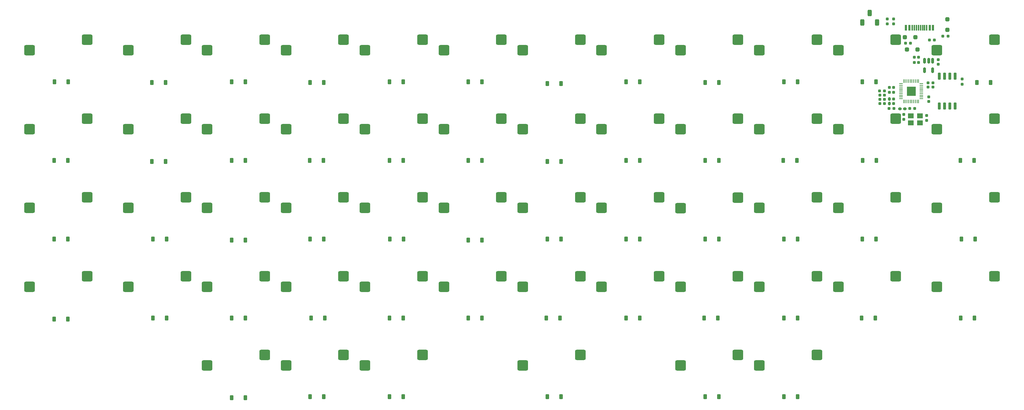
<source format=gbr>
%TF.GenerationSoftware,KiCad,Pcbnew,9.0.6*%
%TF.CreationDate,2026-01-14T23:26:21-05:00*%
%TF.ProjectId,60_keyboard,36305f6b-6579-4626-9f61-72642e6b6963,rev?*%
%TF.SameCoordinates,Original*%
%TF.FileFunction,Paste,Bot*%
%TF.FilePolarity,Positive*%
%FSLAX46Y46*%
G04 Gerber Fmt 4.6, Leading zero omitted, Abs format (unit mm)*
G04 Created by KiCad (PCBNEW 9.0.6) date 2026-01-14 23:26:21*
%MOMM*%
%LPD*%
G01*
G04 APERTURE LIST*
G04 Aperture macros list*
%AMRoundRect*
0 Rectangle with rounded corners*
0 $1 Rounding radius*
0 $2 $3 $4 $5 $6 $7 $8 $9 X,Y pos of 4 corners*
0 Add a 4 corners polygon primitive as box body*
4,1,4,$2,$3,$4,$5,$6,$7,$8,$9,$2,$3,0*
0 Add four circle primitives for the rounded corners*
1,1,$1+$1,$2,$3*
1,1,$1+$1,$4,$5*
1,1,$1+$1,$6,$7*
1,1,$1+$1,$8,$9*
0 Add four rect primitives between the rounded corners*
20,1,$1+$1,$2,$3,$4,$5,0*
20,1,$1+$1,$4,$5,$6,$7,0*
20,1,$1+$1,$6,$7,$8,$9,0*
20,1,$1+$1,$8,$9,$2,$3,0*%
G04 Aperture macros list end*
%ADD10C,0.010000*%
%ADD11RoundRect,0.155000X-0.212500X-0.155000X0.212500X-0.155000X0.212500X0.155000X-0.212500X0.155000X0*%
%ADD12RoundRect,0.375000X0.900000X0.875000X-0.900000X0.875000X-0.900000X-0.875000X0.900000X-0.875000X0*%
%ADD13RoundRect,0.225000X0.225000X0.375000X-0.225000X0.375000X-0.225000X-0.375000X0.225000X-0.375000X0*%
%ADD14RoundRect,0.155000X-0.155000X0.212500X-0.155000X-0.212500X0.155000X-0.212500X0.155000X0.212500X0*%
%ADD15RoundRect,0.155000X0.212500X0.155000X-0.212500X0.155000X-0.212500X-0.155000X0.212500X-0.155000X0*%
%ADD16RoundRect,0.160000X0.160000X-0.197500X0.160000X0.197500X-0.160000X0.197500X-0.160000X-0.197500X0*%
%ADD17RoundRect,0.155000X0.155000X-0.212500X0.155000X0.212500X-0.155000X0.212500X-0.155000X-0.212500X0*%
%ADD18R,0.600000X1.450000*%
%ADD19R,0.300000X1.450000*%
%ADD20RoundRect,0.160000X-0.160000X0.197500X-0.160000X-0.197500X0.160000X-0.197500X0.160000X0.197500X0*%
%ADD21RoundRect,0.250000X0.250000X-0.250000X0.250000X0.250000X-0.250000X0.250000X-0.250000X-0.250000X0*%
%ADD22RoundRect,0.250000X0.250000X0.250000X-0.250000X0.250000X-0.250000X-0.250000X0.250000X-0.250000X0*%
%ADD23RoundRect,0.250000X0.250000X0.550000X-0.250000X0.550000X-0.250000X-0.550000X0.250000X-0.550000X0*%
%ADD24R,1.400000X1.200000*%
%ADD25RoundRect,0.076250X-0.228750X0.728750X-0.228750X-0.728750X0.228750X-0.728750X0.228750X0.728750X0*%
%ADD26RoundRect,0.225000X-0.225000X-0.375000X0.225000X-0.375000X0.225000X0.375000X-0.225000X0.375000X0*%
%ADD27RoundRect,0.160000X-0.160000X0.222500X-0.160000X-0.222500X0.160000X-0.222500X0.160000X0.222500X0*%
%ADD28RoundRect,0.150000X-0.150000X0.512500X-0.150000X-0.512500X0.150000X-0.512500X0.150000X0.512500X0*%
%ADD29R,0.810000X0.220000*%
%ADD30R,0.220000X0.810000*%
%ADD31RoundRect,0.160000X0.197500X0.160000X-0.197500X0.160000X-0.197500X-0.160000X0.197500X-0.160000X0*%
%ADD32RoundRect,0.160000X-0.197500X-0.160000X0.197500X-0.160000X0.197500X0.160000X-0.197500X0.160000X0*%
%ADD33RoundRect,0.160000X0.222500X0.160000X-0.222500X0.160000X-0.222500X-0.160000X0.222500X-0.160000X0*%
G04 APERTURE END LIST*
D10*
%TO.C,U1*%
X235043500Y-32848500D02*
X232956500Y-32848500D01*
X232956500Y-30761500D01*
X235043500Y-30761500D01*
X235043500Y-32848500D01*
G36*
X235043500Y-32848500D02*
G01*
X232956500Y-32848500D01*
X232956500Y-30761500D01*
X235043500Y-30761500D01*
X235043500Y-32848500D01*
G37*
%TD*%
D11*
%TO.C,C8*%
X234817500Y-36000000D03*
X233682500Y-36000000D03*
%TD*%
D12*
%TO.C,SW55*%
X35540000Y-19420000D03*
X21690000Y-21960000D03*
%TD*%
%TO.C,SW108*%
X240190000Y-78960000D03*
X254040000Y-76420000D03*
%TD*%
%TO.C,SW107*%
X240190000Y-59960000D03*
X254040000Y-57420000D03*
%TD*%
%TO.C,SW106*%
X240190000Y-40960000D03*
X254040000Y-38420000D03*
%TD*%
%TO.C,SW105*%
X240190000Y-21960000D03*
X254040000Y-19420000D03*
%TD*%
%TO.C,SW104*%
X216440000Y-78960000D03*
X230290000Y-76420000D03*
%TD*%
%TO.C,SW103*%
X216440000Y-59960000D03*
X230290000Y-57420000D03*
%TD*%
%TO.C,SW102*%
X216440000Y-40960000D03*
X230290000Y-38420000D03*
%TD*%
%TO.C,SW101*%
X216440000Y-21960000D03*
X230290000Y-19420000D03*
%TD*%
D11*
%TO.C,C6*%
X238082500Y-29805000D03*
X239217500Y-29805000D03*
%TD*%
D12*
%TO.C,SW79*%
X121440000Y-40960000D03*
X135290000Y-38420000D03*
%TD*%
D13*
%TO.C,D85*%
X149400000Y-86500000D03*
X146100000Y-86500000D03*
%TD*%
%TO.C,D83*%
X149650000Y-48750000D03*
X146350000Y-48750000D03*
%TD*%
%TO.C,D61*%
X54650000Y-67500000D03*
X51350000Y-67500000D03*
%TD*%
%TO.C,D71*%
X92750000Y-86500000D03*
X89450000Y-86500000D03*
%TD*%
D12*
%TO.C,SW82*%
X140440000Y-21960000D03*
X154290000Y-19420000D03*
%TD*%
D13*
%TO.C,D95*%
X187650000Y-105500000D03*
X184350000Y-105500000D03*
%TD*%
%TO.C,D72*%
X92500000Y-105500000D03*
X89200000Y-105500000D03*
%TD*%
%TO.C,D55*%
X31000000Y-29500000D03*
X27700000Y-29500000D03*
%TD*%
D14*
%TO.C,C9*%
X229750000Y-33682500D03*
X229750000Y-34817500D03*
%TD*%
D13*
%TO.C,D87*%
X168650000Y-29500000D03*
X165350000Y-29500000D03*
%TD*%
D12*
%TO.C,SW68*%
X83440000Y-21960000D03*
X97290000Y-19420000D03*
%TD*%
D13*
%TO.C,D67*%
X73650000Y-105750000D03*
X70350000Y-105750000D03*
%TD*%
%TO.C,D80*%
X130650000Y-67750000D03*
X127350000Y-67750000D03*
%TD*%
D15*
%TO.C,C12*%
X227567500Y-32750000D03*
X226432500Y-32750000D03*
%TD*%
D12*
%TO.C,SW85*%
X140440000Y-78960000D03*
X154290000Y-76420000D03*
%TD*%
D16*
%TO.C,R6*%
X229750000Y-15597500D03*
X229750000Y-14402500D03*
%TD*%
D13*
%TO.C,D70*%
X92500000Y-67500000D03*
X89200000Y-67500000D03*
%TD*%
D17*
%TO.C,C15*%
X237750000Y-38817500D03*
X237750000Y-37682500D03*
%TD*%
D12*
%TO.C,SW59*%
X45440000Y-21960000D03*
X59290000Y-19420000D03*
%TD*%
D13*
%TO.C,D73*%
X111650000Y-29500000D03*
X108350000Y-29500000D03*
%TD*%
D12*
%TO.C,SW86*%
X140440000Y-97960000D03*
X154290000Y-95420000D03*
%TD*%
%TO.C,SW76*%
X102440000Y-78960000D03*
X116290000Y-76420000D03*
%TD*%
D13*
%TO.C,D77*%
X111650000Y-105500000D03*
X108350000Y-105500000D03*
%TD*%
%TO.C,D102*%
X225650000Y-48500000D03*
X222350000Y-48500000D03*
%TD*%
%TO.C,D104*%
X225400000Y-86500000D03*
X222100000Y-86500000D03*
%TD*%
D18*
%TO.C,J1*%
X232750000Y-16545000D03*
X233550000Y-16545000D03*
D19*
X234750000Y-16545000D03*
X235750000Y-16545000D03*
X236250000Y-16545000D03*
X237250000Y-16545000D03*
D18*
X238450000Y-16545000D03*
X239250000Y-16545000D03*
X239250000Y-16545000D03*
X238450000Y-16545000D03*
D19*
X237750000Y-16545000D03*
X236750000Y-16545000D03*
X235250000Y-16545000D03*
X234250000Y-16545000D03*
D18*
X233550000Y-16545000D03*
X232750000Y-16545000D03*
%TD*%
D12*
%TO.C,SW97*%
X197440000Y-40960000D03*
X211290000Y-38420000D03*
%TD*%
D20*
%TO.C,R7*%
X234750000Y-23652500D03*
X234750000Y-24847500D03*
%TD*%
D15*
%TO.C,C10*%
X227567500Y-34750000D03*
X226432500Y-34750000D03*
%TD*%
D14*
%TO.C,C4*%
X238250000Y-33182500D03*
X238250000Y-34317500D03*
%TD*%
D21*
%TO.C,D1*%
X242750000Y-17000000D03*
X242750000Y-14500000D03*
%TD*%
D12*
%TO.C,SW99*%
X197440000Y-78960000D03*
X211290000Y-76420000D03*
%TD*%
D13*
%TO.C,D76*%
X111650000Y-86500000D03*
X108350000Y-86500000D03*
%TD*%
%TO.C,D78*%
X130650000Y-29500000D03*
X127350000Y-29500000D03*
%TD*%
D14*
%TO.C,C14*%
X232250000Y-37432500D03*
X232250000Y-38567500D03*
%TD*%
D13*
%TO.C,D101*%
X225500000Y-29500000D03*
X222200000Y-29500000D03*
%TD*%
%TO.C,D56*%
X30900000Y-48500000D03*
X27600000Y-48500000D03*
%TD*%
D17*
%TO.C,C3*%
X229750000Y-32067500D03*
X229750000Y-30932500D03*
%TD*%
D12*
%TO.C,SW58*%
X21690000Y-78960000D03*
X35540000Y-76420000D03*
%TD*%
%TO.C,SW83*%
X140440000Y-40960000D03*
X154290000Y-38420000D03*
%TD*%
D13*
%TO.C,D92*%
X187650000Y-48500000D03*
X184350000Y-48500000D03*
%TD*%
D12*
%TO.C,SW100*%
X197440000Y-97960000D03*
X211290000Y-95420000D03*
%TD*%
D13*
%TO.C,D89*%
X168650000Y-67500000D03*
X165350000Y-67500000D03*
%TD*%
%TO.C,D68*%
X92500000Y-29750000D03*
X89200000Y-29750000D03*
%TD*%
D11*
%TO.C,C1*%
X238432500Y-19500000D03*
X239567500Y-19500000D03*
%TD*%
D13*
%TO.C,D79*%
X130650000Y-48500000D03*
X127350000Y-48500000D03*
%TD*%
D22*
%TO.C,D4*%
X235000000Y-18750000D03*
X232500000Y-18750000D03*
%TD*%
D23*
%TO.C,SW1*%
X225750000Y-15250000D03*
X224000000Y-12950000D03*
X222250000Y-15250000D03*
%TD*%
D24*
%TO.C,Y1*%
X233900000Y-37750000D03*
X236100000Y-37750000D03*
X236100000Y-39450000D03*
X233900000Y-39450000D03*
%TD*%
D12*
%TO.C,SW72*%
X83440000Y-97960000D03*
X97290000Y-95420000D03*
%TD*%
D16*
%TO.C,R8*%
X235750000Y-24847500D03*
X235750000Y-23652500D03*
%TD*%
D12*
%TO.C,SW56*%
X21690000Y-40960000D03*
X35540000Y-38420000D03*
%TD*%
D13*
%TO.C,D64*%
X73650000Y-48500000D03*
X70350000Y-48500000D03*
%TD*%
D12*
%TO.C,SW93*%
X178440000Y-60000000D03*
X192290000Y-57460000D03*
%TD*%
D25*
%TO.C,U3*%
X240745000Y-28200000D03*
X242015000Y-28200000D03*
X243285000Y-28200000D03*
X244555000Y-28200000D03*
X244555000Y-35410000D03*
X243285000Y-35410000D03*
X242015000Y-35410000D03*
X240745000Y-35410000D03*
%TD*%
D12*
%TO.C,SW66*%
X64440000Y-78960000D03*
X78290000Y-76420000D03*
%TD*%
D13*
%TO.C,D63*%
X73650000Y-29500000D03*
X70350000Y-29500000D03*
%TD*%
D12*
%TO.C,SW81*%
X121440000Y-78960000D03*
X135290000Y-76420000D03*
%TD*%
D13*
%TO.C,D90*%
X168650000Y-86500000D03*
X165350000Y-86500000D03*
%TD*%
D12*
%TO.C,SW92*%
X178440000Y-40960000D03*
X192290000Y-38420000D03*
%TD*%
D13*
%TO.C,D84*%
X149650000Y-67500000D03*
X146350000Y-67500000D03*
%TD*%
%TO.C,D60*%
X54400000Y-48750000D03*
X51100000Y-48750000D03*
%TD*%
D12*
%TO.C,SW64*%
X64440000Y-40960000D03*
X78290000Y-38420000D03*
%TD*%
D13*
%TO.C,D103*%
X225500000Y-67500000D03*
X222200000Y-67500000D03*
%TD*%
%TO.C,D74*%
X111650000Y-48500000D03*
X108350000Y-48500000D03*
%TD*%
D12*
%TO.C,SW95*%
X178440000Y-97960000D03*
X192290000Y-95420000D03*
%TD*%
D13*
%TO.C,D58*%
X30900000Y-86750000D03*
X27600000Y-86750000D03*
%TD*%
D26*
%TO.C,D105*%
X249850000Y-29750000D03*
X253150000Y-29750000D03*
%TD*%
D12*
%TO.C,SW94*%
X178440000Y-78960000D03*
X192290000Y-76420000D03*
%TD*%
D27*
%TO.C,L1*%
X228750000Y-33677500D03*
X228750000Y-34822500D03*
%TD*%
D22*
%TO.C,D5*%
X235500000Y-21750000D03*
X233000000Y-21750000D03*
%TD*%
D13*
%TO.C,D107*%
X249400000Y-67500000D03*
X246100000Y-67500000D03*
%TD*%
D12*
%TO.C,SW60*%
X45440000Y-40960000D03*
X59290000Y-38420000D03*
%TD*%
D28*
%TO.C,U2*%
X237250000Y-24475000D03*
X238200000Y-24475000D03*
X239150000Y-24475000D03*
X239150000Y-26750000D03*
X237250000Y-26750000D03*
%TD*%
D29*
%TO.C,U1*%
X231555000Y-33605000D03*
X231555000Y-33205000D03*
X231555000Y-32805000D03*
X231555000Y-32405000D03*
X231555000Y-32005000D03*
X231555000Y-31605000D03*
X231555000Y-31205000D03*
X231555000Y-30805000D03*
X231555000Y-30405000D03*
X231555000Y-30005000D03*
D30*
X232200000Y-29360000D03*
X232600000Y-29360000D03*
X233000000Y-29360000D03*
X233400000Y-29360000D03*
X233800000Y-29360000D03*
X234200000Y-29360000D03*
X234600000Y-29360000D03*
X235000000Y-29360000D03*
X235400000Y-29360000D03*
X235800000Y-29360000D03*
D29*
X236445000Y-30005000D03*
X236445000Y-30405000D03*
X236445000Y-30805000D03*
X236445000Y-31205000D03*
X236445000Y-31605000D03*
X236445000Y-32005000D03*
X236445000Y-32405000D03*
X236445000Y-32805000D03*
X236445000Y-33205000D03*
X236445000Y-33605000D03*
D30*
X235800000Y-34250000D03*
X235400000Y-34250000D03*
X235000000Y-34250000D03*
X234600000Y-34250000D03*
X234200000Y-34250000D03*
X233800000Y-34250000D03*
X233400000Y-34250000D03*
X233000000Y-34250000D03*
X232600000Y-34250000D03*
X232200000Y-34250000D03*
%TD*%
D12*
%TO.C,SW69*%
X83440000Y-40960000D03*
X97290000Y-38420000D03*
%TD*%
D13*
%TO.C,D93*%
X187650000Y-67500000D03*
X184350000Y-67500000D03*
%TD*%
D12*
%TO.C,SW63*%
X64440000Y-21960000D03*
X78290000Y-19420000D03*
%TD*%
%TO.C,SW78*%
X121440000Y-21960000D03*
X135290000Y-19420000D03*
%TD*%
D15*
%TO.C,C11*%
X227567500Y-33750000D03*
X226432500Y-33750000D03*
%TD*%
D12*
%TO.C,SW80*%
X121440000Y-59960000D03*
X135290000Y-57420000D03*
%TD*%
D13*
%TO.C,D65*%
X73650000Y-67750000D03*
X70350000Y-67750000D03*
%TD*%
D12*
%TO.C,SW96*%
X197440000Y-21960000D03*
X211290000Y-19420000D03*
%TD*%
D13*
%TO.C,D86*%
X149650000Y-105500000D03*
X146350000Y-105500000D03*
%TD*%
D31*
%TO.C,R2*%
X233847500Y-20250000D03*
X232652500Y-20250000D03*
%TD*%
D12*
%TO.C,SW67*%
X64440000Y-97960000D03*
X78290000Y-95420000D03*
%TD*%
D13*
%TO.C,D99*%
X206650000Y-86500000D03*
X203350000Y-86500000D03*
%TD*%
D12*
%TO.C,SW90*%
X159440000Y-78960000D03*
X173290000Y-76420000D03*
%TD*%
D13*
%TO.C,D98*%
X206650000Y-67500000D03*
X203350000Y-67500000D03*
%TD*%
%TO.C,D62*%
X54650000Y-86500000D03*
X51350000Y-86500000D03*
%TD*%
D12*
%TO.C,SW70*%
X83440000Y-59960000D03*
X97290000Y-57420000D03*
%TD*%
D32*
%TO.C,R1*%
X241652500Y-18500000D03*
X242847500Y-18500000D03*
%TD*%
D12*
%TO.C,SW65*%
X64440000Y-59960000D03*
X78290000Y-57420000D03*
%TD*%
D33*
%TO.C,L2*%
X232472500Y-36055000D03*
X231327500Y-36055000D03*
%TD*%
D12*
%TO.C,SW77*%
X102440000Y-97960000D03*
X116290000Y-95420000D03*
%TD*%
D16*
%TO.C,R5*%
X228250000Y-15597500D03*
X228250000Y-14402500D03*
%TD*%
D13*
%TO.C,D91*%
X187650000Y-29750000D03*
X184350000Y-29750000D03*
%TD*%
D12*
%TO.C,SW89*%
X159440000Y-59960000D03*
X173290000Y-57420000D03*
%TD*%
%TO.C,SW61*%
X45440000Y-59960000D03*
X59290000Y-57420000D03*
%TD*%
D13*
%TO.C,D94*%
X187400000Y-86500000D03*
X184100000Y-86500000D03*
%TD*%
%TO.C,D81*%
X130650000Y-86500000D03*
X127350000Y-86500000D03*
%TD*%
D12*
%TO.C,SW74*%
X102440000Y-40960000D03*
X116290000Y-38420000D03*
%TD*%
D13*
%TO.C,D75*%
X111750000Y-67500000D03*
X108450000Y-67500000D03*
%TD*%
%TO.C,D57*%
X30900000Y-67500000D03*
X27600000Y-67500000D03*
%TD*%
D12*
%TO.C,SW57*%
X21690000Y-59960000D03*
X35540000Y-57420000D03*
%TD*%
D13*
%TO.C,D82*%
X149650000Y-30000000D03*
X146350000Y-30000000D03*
%TD*%
%TO.C,D69*%
X92400000Y-48500000D03*
X89100000Y-48500000D03*
%TD*%
D12*
%TO.C,SW84*%
X140440000Y-59960000D03*
X154290000Y-57420000D03*
%TD*%
D13*
%TO.C,D59*%
X54400000Y-29750000D03*
X51100000Y-29750000D03*
%TD*%
%TO.C,D100*%
X206650000Y-105500000D03*
X203350000Y-105500000D03*
%TD*%
%TO.C,D108*%
X249250000Y-86500000D03*
X245950000Y-86500000D03*
%TD*%
D12*
%TO.C,SW73*%
X102440000Y-21960000D03*
X116290000Y-19420000D03*
%TD*%
D13*
%TO.C,D66*%
X73650000Y-86500000D03*
X70350000Y-86500000D03*
%TD*%
D12*
%TO.C,SW87*%
X159440000Y-21960000D03*
X173290000Y-19420000D03*
%TD*%
%TO.C,SW62*%
X45440000Y-78960000D03*
X59290000Y-76420000D03*
%TD*%
D16*
%TO.C,R4*%
X246250000Y-30097500D03*
X246250000Y-28902500D03*
%TD*%
D32*
%TO.C,R3*%
X226402500Y-31750000D03*
X227597500Y-31750000D03*
%TD*%
D12*
%TO.C,SW88*%
X159440000Y-40960000D03*
X173290000Y-38420000D03*
%TD*%
D17*
%TO.C,C13*%
X228750000Y-32067500D03*
X228750000Y-30932500D03*
%TD*%
D12*
%TO.C,SW75*%
X102440000Y-59960000D03*
X116290000Y-57420000D03*
%TD*%
D13*
%TO.C,D96*%
X206650000Y-29500000D03*
X203350000Y-29500000D03*
%TD*%
D17*
%TO.C,C2*%
X240500000Y-25317500D03*
X240500000Y-24182500D03*
%TD*%
D13*
%TO.C,D97*%
X206500000Y-48500000D03*
X203200000Y-48500000D03*
%TD*%
D12*
%TO.C,SW71*%
X83440000Y-78960000D03*
X97290000Y-76420000D03*
%TD*%
D13*
%TO.C,D106*%
X249150000Y-48500000D03*
X245850000Y-48500000D03*
%TD*%
D11*
%TO.C,C5*%
X238082500Y-30805000D03*
X239217500Y-30805000D03*
%TD*%
D13*
%TO.C,D88*%
X168650000Y-48500000D03*
X165350000Y-48500000D03*
%TD*%
D15*
%TO.C,C7*%
X229817500Y-36000000D03*
X228682500Y-36000000D03*
%TD*%
D12*
%TO.C,SW98*%
X197440000Y-59960000D03*
X211290000Y-57420000D03*
%TD*%
%TO.C,SW91*%
X178440000Y-21960000D03*
X192290000Y-19420000D03*
%TD*%
M02*

</source>
